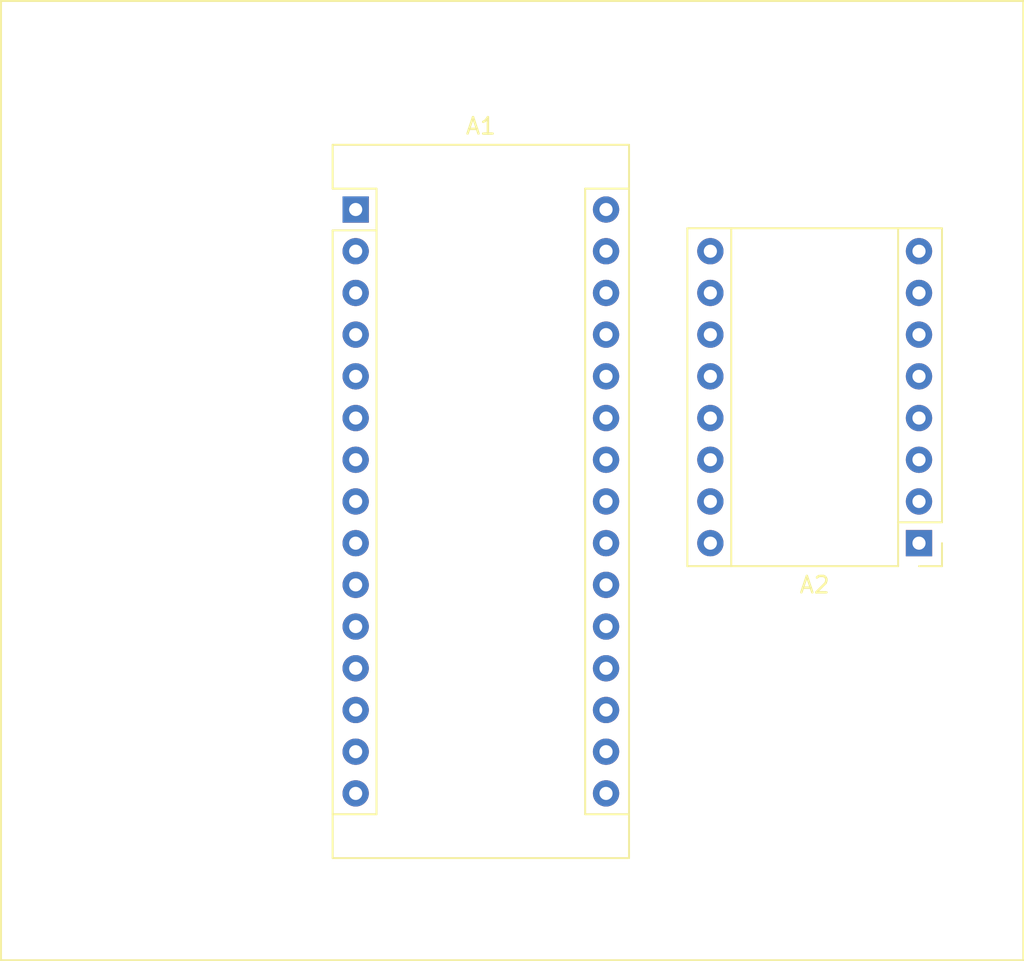
<source format=kicad_pcb>
(kicad_pcb (version 20171130) (host pcbnew "(5.1.5)-3")

  (general
    (thickness 1.6)
    (drawings 4)
    (tracks 0)
    (zones 0)
    (modules 2)
    (nets 37)
  )

  (page A4)
  (layers
    (0 F.Cu signal)
    (31 B.Cu signal)
    (32 B.Adhes user)
    (33 F.Adhes user)
    (34 B.Paste user)
    (35 F.Paste user)
    (36 B.SilkS user)
    (37 F.SilkS user)
    (38 B.Mask user)
    (39 F.Mask user)
    (40 Dwgs.User user)
    (41 Cmts.User user)
    (42 Eco1.User user)
    (43 Eco2.User user)
    (44 Edge.Cuts user)
    (45 Margin user)
    (46 B.CrtYd user)
    (47 F.CrtYd user)
    (48 B.Fab user)
    (49 F.Fab user)
  )

  (setup
    (last_trace_width 0.25)
    (trace_clearance 0.2)
    (zone_clearance 0.508)
    (zone_45_only no)
    (trace_min 0.2)
    (via_size 0.8)
    (via_drill 0.4)
    (via_min_size 0.4)
    (via_min_drill 0.3)
    (uvia_size 0.3)
    (uvia_drill 0.1)
    (uvias_allowed no)
    (uvia_min_size 0.2)
    (uvia_min_drill 0.1)
    (edge_width 0.05)
    (segment_width 0.2)
    (pcb_text_width 0.3)
    (pcb_text_size 1.5 1.5)
    (mod_edge_width 0.12)
    (mod_text_size 1 1)
    (mod_text_width 0.15)
    (pad_size 1.524 1.524)
    (pad_drill 0.762)
    (pad_to_mask_clearance 0.051)
    (solder_mask_min_width 0.25)
    (aux_axis_origin 0 0)
    (visible_elements FFFFFF7F)
    (pcbplotparams
      (layerselection 0x010fc_ffffffff)
      (usegerberextensions false)
      (usegerberattributes false)
      (usegerberadvancedattributes false)
      (creategerberjobfile false)
      (excludeedgelayer true)
      (linewidth 0.100000)
      (plotframeref false)
      (viasonmask false)
      (mode 1)
      (useauxorigin false)
      (hpglpennumber 1)
      (hpglpenspeed 20)
      (hpglpendiameter 15.000000)
      (psnegative false)
      (psa4output false)
      (plotreference true)
      (plotvalue true)
      (plotinvisibletext false)
      (padsonsilk false)
      (subtractmaskfromsilk false)
      (outputformat 1)
      (mirror false)
      (drillshape 1)
      (scaleselection 1)
      (outputdirectory ""))
  )

  (net 0 "")
  (net 1 "Net-(A1-Pad16)")
  (net 2 "Net-(A1-Pad15)")
  (net 3 "Net-(A1-Pad14)")
  (net 4 "Net-(A1-Pad13)")
  (net 5 "Net-(A1-Pad28)")
  (net 6 "Net-(A1-Pad12)")
  (net 7 "Net-(A1-Pad11)")
  (net 8 "Net-(A1-Pad26)")
  (net 9 "Net-(A1-Pad10)")
  (net 10 "Net-(A1-Pad9)")
  (net 11 "Net-(A1-Pad24)")
  (net 12 "Net-(A1-Pad8)")
  (net 13 "Net-(A1-Pad23)")
  (net 14 "Net-(A1-Pad7)")
  (net 15 "Net-(A1-Pad22)")
  (net 16 "Net-(A1-Pad6)")
  (net 17 "Net-(A1-Pad5)")
  (net 18 "Net-(A1-Pad4)")
  (net 19 "Net-(A1-Pad3)")
  (net 20 "Net-(A1-Pad18)")
  (net 21 "Net-(A1-Pad2)")
  (net 22 "Net-(A1-Pad17)")
  (net 23 "Net-(A1-Pad1)")
  (net 24 "Net-(A2-Pad7)")
  (net 25 "Net-(A2-Pad6)")
  (net 26 "Net-(A2-Pad13)")
  (net 27 ardu_vcc)
  (net 28 ardu_gnd)
  (net 29 encoder_Vcc)
  (net 30 end_signal)
  (net 31 encoder_clk)
  (net 32 encoder_dt)
  (net 33 encoder_sw)
  (net 34 stepper_2A)
  (net 35 stepper_1A)
  (net 36 stepper_1B)

  (net_class Default "This is the default net class."
    (clearance 0.2)
    (trace_width 0.25)
    (via_dia 0.8)
    (via_drill 0.4)
    (uvia_dia 0.3)
    (uvia_drill 0.1)
    (add_net "Net-(A1-Pad1)")
    (add_net "Net-(A1-Pad10)")
    (add_net "Net-(A1-Pad11)")
    (add_net "Net-(A1-Pad12)")
    (add_net "Net-(A1-Pad13)")
    (add_net "Net-(A1-Pad14)")
    (add_net "Net-(A1-Pad15)")
    (add_net "Net-(A1-Pad16)")
    (add_net "Net-(A1-Pad17)")
    (add_net "Net-(A1-Pad18)")
    (add_net "Net-(A1-Pad2)")
    (add_net "Net-(A1-Pad22)")
    (add_net "Net-(A1-Pad23)")
    (add_net "Net-(A1-Pad24)")
    (add_net "Net-(A1-Pad26)")
    (add_net "Net-(A1-Pad28)")
    (add_net "Net-(A1-Pad3)")
    (add_net "Net-(A1-Pad4)")
    (add_net "Net-(A1-Pad5)")
    (add_net "Net-(A1-Pad6)")
    (add_net "Net-(A1-Pad7)")
    (add_net "Net-(A1-Pad8)")
    (add_net "Net-(A1-Pad9)")
    (add_net "Net-(A2-Pad13)")
    (add_net "Net-(A2-Pad6)")
    (add_net "Net-(A2-Pad7)")
    (add_net ardu_gnd)
    (add_net ardu_vcc)
    (add_net encoder_Vcc)
    (add_net encoder_clk)
    (add_net encoder_dt)
    (add_net encoder_sw)
    (add_net end_signal)
    (add_net stepper_1A)
    (add_net stepper_1B)
    (add_net stepper_2A)
  )

  (module Module:Pololu_Breakout-16_15.2x20.3mm (layer F.Cu) (tedit 58AB602C) (tstamp 61650A8E)
    (at 110.49 83.82 180)
    (descr "Pololu Breakout 16-pin 15.2x20.3mm 0.6x0.8\\")
    (tags "Pololu Breakout")
    (path /6164C436)
    (fp_text reference A2 (at 6.35 -2.54) (layer F.SilkS)
      (effects (font (size 1 1) (thickness 0.15)))
    )
    (fp_text value Pololu_Breakout_A4988 (at 6.35 20.17) (layer F.Fab)
      (effects (font (size 1 1) (thickness 0.15)))
    )
    (fp_line (start 14.21 19.3) (end -1.53 19.3) (layer F.CrtYd) (width 0.05))
    (fp_line (start 14.21 19.3) (end 14.21 -1.52) (layer F.CrtYd) (width 0.05))
    (fp_line (start -1.53 -1.52) (end -1.53 19.3) (layer F.CrtYd) (width 0.05))
    (fp_line (start -1.53 -1.52) (end 14.21 -1.52) (layer F.CrtYd) (width 0.05))
    (fp_line (start -1.27 19.05) (end -1.27 0) (layer F.Fab) (width 0.1))
    (fp_line (start 13.97 19.05) (end -1.27 19.05) (layer F.Fab) (width 0.1))
    (fp_line (start 13.97 -1.27) (end 13.97 19.05) (layer F.Fab) (width 0.1))
    (fp_line (start 0 -1.27) (end 13.97 -1.27) (layer F.Fab) (width 0.1))
    (fp_line (start -1.27 0) (end 0 -1.27) (layer F.Fab) (width 0.1))
    (fp_line (start 14.1 -1.4) (end 1.27 -1.4) (layer F.SilkS) (width 0.12))
    (fp_line (start 14.1 19.18) (end 14.1 -1.4) (layer F.SilkS) (width 0.12))
    (fp_line (start -1.4 19.18) (end 14.1 19.18) (layer F.SilkS) (width 0.12))
    (fp_line (start -1.4 1.27) (end -1.4 19.18) (layer F.SilkS) (width 0.12))
    (fp_line (start 1.27 1.27) (end -1.4 1.27) (layer F.SilkS) (width 0.12))
    (fp_line (start 1.27 -1.4) (end 1.27 1.27) (layer F.SilkS) (width 0.12))
    (fp_line (start -1.4 -1.4) (end -1.4 0) (layer F.SilkS) (width 0.12))
    (fp_line (start 0 -1.4) (end -1.4 -1.4) (layer F.SilkS) (width 0.12))
    (fp_line (start 1.27 1.27) (end 1.27 19.18) (layer F.SilkS) (width 0.12))
    (fp_line (start 11.43 -1.4) (end 11.43 19.18) (layer F.SilkS) (width 0.12))
    (fp_text user %R (at 6.35 0) (layer F.Fab)
      (effects (font (size 1 1) (thickness 0.15)))
    )
    (pad 16 thru_hole oval (at 12.7 0 180) (size 1.6 1.6) (drill 0.8) (layers *.Cu *.Mask)
      (net 11 "Net-(A1-Pad24)"))
    (pad 8 thru_hole oval (at 0 17.78 180) (size 1.6 1.6) (drill 0.8) (layers *.Cu *.Mask)
      (net 27 ardu_vcc))
    (pad 15 thru_hole oval (at 12.7 2.54 180) (size 1.6 1.6) (drill 0.8) (layers *.Cu *.Mask)
      (net 13 "Net-(A1-Pad23)"))
    (pad 7 thru_hole oval (at 0 15.24 180) (size 1.6 1.6) (drill 0.8) (layers *.Cu *.Mask)
      (net 24 "Net-(A2-Pad7)"))
    (pad 14 thru_hole oval (at 12.7 5.08 180) (size 1.6 1.6) (drill 0.8) (layers *.Cu *.Mask)
      (net 26 "Net-(A2-Pad13)"))
    (pad 6 thru_hole oval (at 0 12.7 180) (size 1.6 1.6) (drill 0.8) (layers *.Cu *.Mask)
      (net 25 "Net-(A2-Pad6)"))
    (pad 13 thru_hole oval (at 12.7 7.62 180) (size 1.6 1.6) (drill 0.8) (layers *.Cu *.Mask)
      (net 26 "Net-(A2-Pad13)"))
    (pad 5 thru_hole oval (at 0 10.16 180) (size 1.6 1.6) (drill 0.8) (layers *.Cu *.Mask)
      (net 34 stepper_2A))
    (pad 12 thru_hole oval (at 12.7 10.16 180) (size 1.6 1.6) (drill 0.8) (layers *.Cu *.Mask)
      (net 28 ardu_gnd))
    (pad 4 thru_hole oval (at 0 7.62 180) (size 1.6 1.6) (drill 0.8) (layers *.Cu *.Mask)
      (net 35 stepper_1A))
    (pad 11 thru_hole oval (at 12.7 12.7 180) (size 1.6 1.6) (drill 0.8) (layers *.Cu *.Mask)
      (net 28 ardu_gnd))
    (pad 3 thru_hole oval (at 0 5.08 180) (size 1.6 1.6) (drill 0.8) (layers *.Cu *.Mask)
      (net 36 stepper_1B))
    (pad 10 thru_hole oval (at 12.7 15.24 180) (size 1.6 1.6) (drill 0.8) (layers *.Cu *.Mask)
      (net 28 ardu_gnd))
    (pad 2 thru_hole oval (at 0 2.54 180) (size 1.6 1.6) (drill 0.8) (layers *.Cu *.Mask)
      (net 29 encoder_Vcc))
    (pad 9 thru_hole oval (at 12.7 17.78 180) (size 1.6 1.6) (drill 0.8) (layers *.Cu *.Mask)
      (net 15 "Net-(A1-Pad22)"))
    (pad 1 thru_hole rect (at 0 0 180) (size 1.6 1.6) (drill 0.8) (layers *.Cu *.Mask)
      (net 28 ardu_gnd))
    (model ${KISYS3DMOD}/Module.3dshapes/Pololu_Breakout-16_15.2x20.3mm.wrl
      (at (xyz 0 0 0))
      (scale (xyz 1 1 1))
      (rotate (xyz 0 0 0))
    )
  )

  (module Module:Arduino_Nano (layer F.Cu) (tedit 58ACAF70) (tstamp 61650A66)
    (at 76.2 63.5)
    (descr "Arduino Nano, http://www.mouser.com/pdfdocs/Gravitech_Arduino_Nano3_0.pdf")
    (tags "Arduino Nano")
    (path /6164E403)
    (fp_text reference A1 (at 7.62 -5.08) (layer F.SilkS)
      (effects (font (size 1 1) (thickness 0.15)))
    )
    (fp_text value Arduino_Nano_v3.x (at 8.89 19.05 90) (layer F.Fab)
      (effects (font (size 1 1) (thickness 0.15)))
    )
    (fp_line (start 16.75 42.16) (end -1.53 42.16) (layer F.CrtYd) (width 0.05))
    (fp_line (start 16.75 42.16) (end 16.75 -4.06) (layer F.CrtYd) (width 0.05))
    (fp_line (start -1.53 -4.06) (end -1.53 42.16) (layer F.CrtYd) (width 0.05))
    (fp_line (start -1.53 -4.06) (end 16.75 -4.06) (layer F.CrtYd) (width 0.05))
    (fp_line (start 16.51 -3.81) (end 16.51 39.37) (layer F.Fab) (width 0.1))
    (fp_line (start 0 -3.81) (end 16.51 -3.81) (layer F.Fab) (width 0.1))
    (fp_line (start -1.27 -2.54) (end 0 -3.81) (layer F.Fab) (width 0.1))
    (fp_line (start -1.27 39.37) (end -1.27 -2.54) (layer F.Fab) (width 0.1))
    (fp_line (start 16.51 39.37) (end -1.27 39.37) (layer F.Fab) (width 0.1))
    (fp_line (start 16.64 -3.94) (end -1.4 -3.94) (layer F.SilkS) (width 0.12))
    (fp_line (start 16.64 39.5) (end 16.64 -3.94) (layer F.SilkS) (width 0.12))
    (fp_line (start -1.4 39.5) (end 16.64 39.5) (layer F.SilkS) (width 0.12))
    (fp_line (start 3.81 41.91) (end 3.81 31.75) (layer F.Fab) (width 0.1))
    (fp_line (start 11.43 41.91) (end 3.81 41.91) (layer F.Fab) (width 0.1))
    (fp_line (start 11.43 31.75) (end 11.43 41.91) (layer F.Fab) (width 0.1))
    (fp_line (start 3.81 31.75) (end 11.43 31.75) (layer F.Fab) (width 0.1))
    (fp_line (start 1.27 36.83) (end -1.4 36.83) (layer F.SilkS) (width 0.12))
    (fp_line (start 1.27 1.27) (end 1.27 36.83) (layer F.SilkS) (width 0.12))
    (fp_line (start 1.27 1.27) (end -1.4 1.27) (layer F.SilkS) (width 0.12))
    (fp_line (start 13.97 36.83) (end 16.64 36.83) (layer F.SilkS) (width 0.12))
    (fp_line (start 13.97 -1.27) (end 13.97 36.83) (layer F.SilkS) (width 0.12))
    (fp_line (start 13.97 -1.27) (end 16.64 -1.27) (layer F.SilkS) (width 0.12))
    (fp_line (start -1.4 -3.94) (end -1.4 -1.27) (layer F.SilkS) (width 0.12))
    (fp_line (start -1.4 1.27) (end -1.4 39.5) (layer F.SilkS) (width 0.12))
    (fp_line (start 1.27 -1.27) (end -1.4 -1.27) (layer F.SilkS) (width 0.12))
    (fp_line (start 1.27 1.27) (end 1.27 -1.27) (layer F.SilkS) (width 0.12))
    (fp_text user %R (at 6.35 19.05 90) (layer F.Fab)
      (effects (font (size 1 1) (thickness 0.15)))
    )
    (pad 16 thru_hole oval (at 15.24 35.56) (size 1.6 1.6) (drill 0.8) (layers *.Cu *.Mask)
      (net 1 "Net-(A1-Pad16)"))
    (pad 15 thru_hole oval (at 0 35.56) (size 1.6 1.6) (drill 0.8) (layers *.Cu *.Mask)
      (net 2 "Net-(A1-Pad15)"))
    (pad 30 thru_hole oval (at 15.24 0) (size 1.6 1.6) (drill 0.8) (layers *.Cu *.Mask)
      (net 27 ardu_vcc))
    (pad 14 thru_hole oval (at 0 33.02) (size 1.6 1.6) (drill 0.8) (layers *.Cu *.Mask)
      (net 3 "Net-(A1-Pad14)"))
    (pad 29 thru_hole oval (at 15.24 2.54) (size 1.6 1.6) (drill 0.8) (layers *.Cu *.Mask)
      (net 28 ardu_gnd))
    (pad 13 thru_hole oval (at 0 30.48) (size 1.6 1.6) (drill 0.8) (layers *.Cu *.Mask)
      (net 4 "Net-(A1-Pad13)"))
    (pad 28 thru_hole oval (at 15.24 5.08) (size 1.6 1.6) (drill 0.8) (layers *.Cu *.Mask)
      (net 5 "Net-(A1-Pad28)"))
    (pad 12 thru_hole oval (at 0 27.94) (size 1.6 1.6) (drill 0.8) (layers *.Cu *.Mask)
      (net 6 "Net-(A1-Pad12)"))
    (pad 27 thru_hole oval (at 15.24 7.62) (size 1.6 1.6) (drill 0.8) (layers *.Cu *.Mask)
      (net 29 encoder_Vcc))
    (pad 11 thru_hole oval (at 0 25.4) (size 1.6 1.6) (drill 0.8) (layers *.Cu *.Mask)
      (net 7 "Net-(A1-Pad11)"))
    (pad 26 thru_hole oval (at 15.24 10.16) (size 1.6 1.6) (drill 0.8) (layers *.Cu *.Mask)
      (net 8 "Net-(A1-Pad26)"))
    (pad 10 thru_hole oval (at 0 22.86) (size 1.6 1.6) (drill 0.8) (layers *.Cu *.Mask)
      (net 9 "Net-(A1-Pad10)"))
    (pad 25 thru_hole oval (at 15.24 12.7) (size 1.6 1.6) (drill 0.8) (layers *.Cu *.Mask)
      (net 30 end_signal))
    (pad 9 thru_hole oval (at 0 20.32) (size 1.6 1.6) (drill 0.8) (layers *.Cu *.Mask)
      (net 10 "Net-(A1-Pad9)"))
    (pad 24 thru_hole oval (at 15.24 15.24) (size 1.6 1.6) (drill 0.8) (layers *.Cu *.Mask)
      (net 11 "Net-(A1-Pad24)"))
    (pad 8 thru_hole oval (at 0 17.78) (size 1.6 1.6) (drill 0.8) (layers *.Cu *.Mask)
      (net 12 "Net-(A1-Pad8)"))
    (pad 23 thru_hole oval (at 15.24 17.78) (size 1.6 1.6) (drill 0.8) (layers *.Cu *.Mask)
      (net 13 "Net-(A1-Pad23)"))
    (pad 7 thru_hole oval (at 0 15.24) (size 1.6 1.6) (drill 0.8) (layers *.Cu *.Mask)
      (net 14 "Net-(A1-Pad7)"))
    (pad 22 thru_hole oval (at 15.24 20.32) (size 1.6 1.6) (drill 0.8) (layers *.Cu *.Mask)
      (net 15 "Net-(A1-Pad22)"))
    (pad 6 thru_hole oval (at 0 12.7) (size 1.6 1.6) (drill 0.8) (layers *.Cu *.Mask)
      (net 16 "Net-(A1-Pad6)"))
    (pad 21 thru_hole oval (at 15.24 22.86) (size 1.6 1.6) (drill 0.8) (layers *.Cu *.Mask)
      (net 31 encoder_clk))
    (pad 5 thru_hole oval (at 0 10.16) (size 1.6 1.6) (drill 0.8) (layers *.Cu *.Mask)
      (net 17 "Net-(A1-Pad5)"))
    (pad 20 thru_hole oval (at 15.24 25.4) (size 1.6 1.6) (drill 0.8) (layers *.Cu *.Mask)
      (net 32 encoder_dt))
    (pad 4 thru_hole oval (at 0 7.62) (size 1.6 1.6) (drill 0.8) (layers *.Cu *.Mask)
      (net 18 "Net-(A1-Pad4)"))
    (pad 19 thru_hole oval (at 15.24 27.94) (size 1.6 1.6) (drill 0.8) (layers *.Cu *.Mask)
      (net 33 encoder_sw))
    (pad 3 thru_hole oval (at 0 5.08) (size 1.6 1.6) (drill 0.8) (layers *.Cu *.Mask)
      (net 19 "Net-(A1-Pad3)"))
    (pad 18 thru_hole oval (at 15.24 30.48) (size 1.6 1.6) (drill 0.8) (layers *.Cu *.Mask)
      (net 20 "Net-(A1-Pad18)"))
    (pad 2 thru_hole oval (at 0 2.54) (size 1.6 1.6) (drill 0.8) (layers *.Cu *.Mask)
      (net 21 "Net-(A1-Pad2)"))
    (pad 17 thru_hole oval (at 15.24 33.02) (size 1.6 1.6) (drill 0.8) (layers *.Cu *.Mask)
      (net 22 "Net-(A1-Pad17)"))
    (pad 1 thru_hole rect (at 0 0) (size 1.6 1.6) (drill 0.8) (layers *.Cu *.Mask)
      (net 23 "Net-(A1-Pad1)"))
    (model ${KISYS3DMOD}/Module.3dshapes/Arduino_Nano_WithMountingHoles.wrl
      (at (xyz 0 0 0))
      (scale (xyz 1 1 1))
      (rotate (xyz 0 0 0))
    )
  )

  (gr_line (start 116.84 50.8) (end 54.61 50.8) (layer F.SilkS) (width 0.12) (tstamp 61650CC6))
  (gr_line (start 116.84 109.22) (end 116.84 50.8) (layer F.SilkS) (width 0.12))
  (gr_line (start 54.61 109.22) (end 116.84 109.22) (layer F.SilkS) (width 0.12))
  (gr_line (start 54.61 50.8) (end 54.61 109.22) (layer F.SilkS) (width 0.12))

)

</source>
